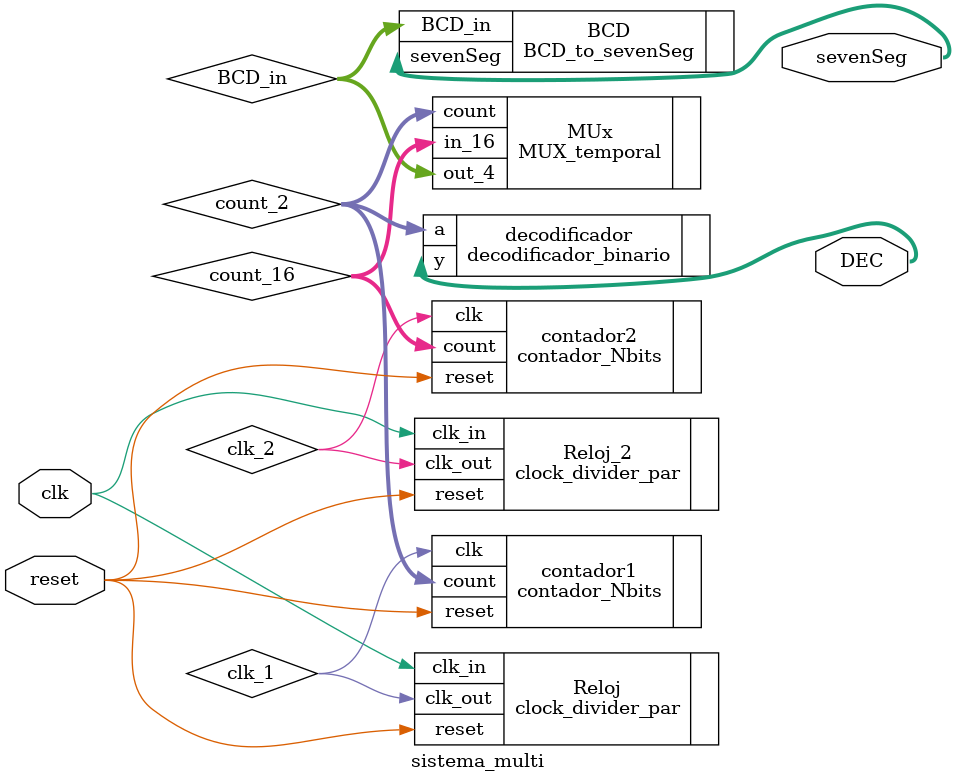
<source format=sv>
`timescale 1ns / 1ps


module sistema_multi(
        input logic clk, reset,
        output logic [3:0] DEC,
        output logic [6:0] sevenSeg  
        );
        logic [1:0] count_2;
        logic [15:0] count_16;
        logic clk_1, clk_2;
      
        
        contador_Nbits #(.WIDTH(2)) contador1(
                .clk(clk_1),
                .reset(reset),
                .count(count_2));
        contador_Nbits #(.WIDTH(16)) contador2(
                .clk(clk_2),
                .reset(reset),
                .count(count_16));         
        decodificador_binario decodificador(
                .a(count_2),
                .y(DEC));
                
        logic [3:0] BCD_in;
        
        MUX_temporal MUx(
                .count(count_2),
                .in_16(count_16),
                .out_4(BCD_in));
         
        BCD_to_sevenSeg BCD(
                .BCD_in(BCD_in),
                .sevenSeg(sevenSeg));
        
        clock_divider_par #(.F_IN(100), .F_OUT(50))
        Reloj(.clk_in(clk),
              .reset(reset),
              .clk_out(clk_1));
                 
        clock_divider_par #(.F_IN(100), .F_OUT(16))
        Reloj_2(.clk_in(clk),
              .reset(reset),
              .clk_out(clk_2));
endmodule

</source>
